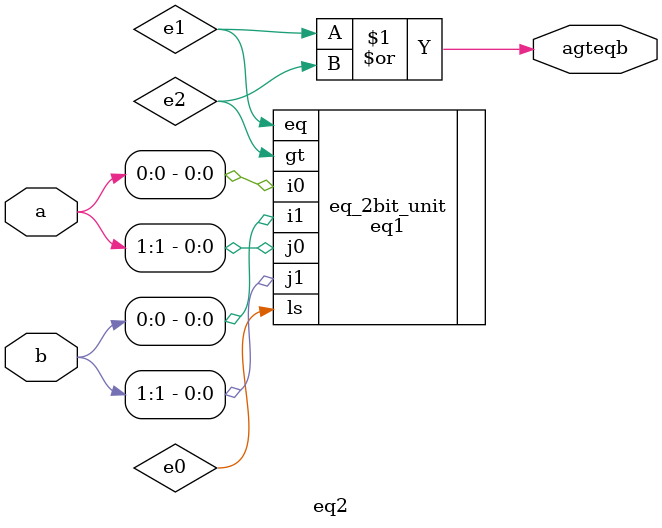
<source format=v>
module eq2
   (
    input  wire[1:0] a, b,			// a adn b are the two 2-bit numbers to compare
    output wire agteqb				// output for fro greater than or equal to value
   );

   // internal signal declaration, used to wire outputs of the comparitor
   wire e0, e1, e2;

   // body
   //module used to run the inputs into the logic to give the output.
   eq1 eq_2bit_unit (.i0(a[0]), .i1(b[0]), .j0(a[1]), .j1(b[1]), .ls(e0), .eq(e1), .gt(e2));
   
   //assinging the output to the values of greater than OR equal to
   assign agteqb = e1 | e2;

endmodule
</source>
